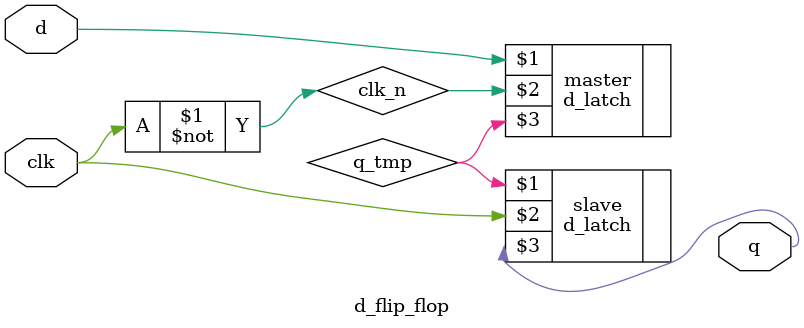
<source format=v>
`include "d_latch.v"

module d_flip_flop (
    input d, clk,
    output q
);
    wire clk_n, q_tmp;

    not clk_inv(clk_n, clk);
    d_latch master(d, clk_n, q_tmp);
    d_latch slave(q_tmp, clk, q);
endmodule
</source>
